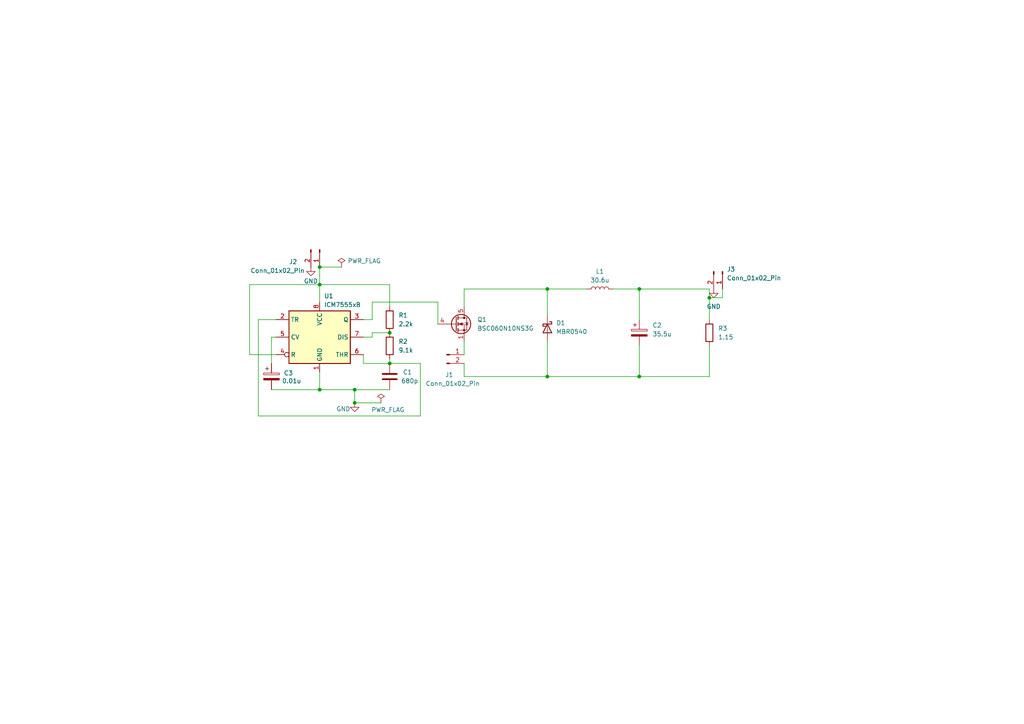
<source format=kicad_sch>
(kicad_sch
	(version 20231120)
	(generator "eeschema")
	(generator_version "8.0")
	(uuid "173e679d-e266-44a8-a09a-8be0243e85cf")
	(paper "A4")
	(lib_symbols
		(symbol "Connector:Conn_01x02_Pin"
			(pin_names
				(offset 1.016) hide)
			(exclude_from_sim no)
			(in_bom yes)
			(on_board yes)
			(property "Reference" "J"
				(at 0 2.54 0)
				(effects
					(font
						(size 1.27 1.27)
					)
				)
			)
			(property "Value" "Conn_01x02_Pin"
				(at 0 -5.08 0)
				(effects
					(font
						(size 1.27 1.27)
					)
				)
			)
			(property "Footprint" ""
				(at 0 0 0)
				(effects
					(font
						(size 1.27 1.27)
					)
					(hide yes)
				)
			)
			(property "Datasheet" "~"
				(at 0 0 0)
				(effects
					(font
						(size 1.27 1.27)
					)
					(hide yes)
				)
			)
			(property "Description" "Generic connector, single row, 01x02, script generated"
				(at 0 0 0)
				(effects
					(font
						(size 1.27 1.27)
					)
					(hide yes)
				)
			)
			(property "ki_locked" ""
				(at 0 0 0)
				(effects
					(font
						(size 1.27 1.27)
					)
				)
			)
			(property "ki_keywords" "connector"
				(at 0 0 0)
				(effects
					(font
						(size 1.27 1.27)
					)
					(hide yes)
				)
			)
			(property "ki_fp_filters" "Connector*:*_1x??_*"
				(at 0 0 0)
				(effects
					(font
						(size 1.27 1.27)
					)
					(hide yes)
				)
			)
			(symbol "Conn_01x02_Pin_1_1"
				(polyline
					(pts
						(xy 1.27 -2.54) (xy 0.8636 -2.54)
					)
					(stroke
						(width 0.1524)
						(type default)
					)
					(fill
						(type none)
					)
				)
				(polyline
					(pts
						(xy 1.27 0) (xy 0.8636 0)
					)
					(stroke
						(width 0.1524)
						(type default)
					)
					(fill
						(type none)
					)
				)
				(rectangle
					(start 0.8636 -2.413)
					(end 0 -2.667)
					(stroke
						(width 0.1524)
						(type default)
					)
					(fill
						(type outline)
					)
				)
				(rectangle
					(start 0.8636 0.127)
					(end 0 -0.127)
					(stroke
						(width 0.1524)
						(type default)
					)
					(fill
						(type outline)
					)
				)
				(pin passive line
					(at 5.08 0 180)
					(length 3.81)
					(name "Pin_1"
						(effects
							(font
								(size 1.27 1.27)
							)
						)
					)
					(number "1"
						(effects
							(font
								(size 1.27 1.27)
							)
						)
					)
				)
				(pin passive line
					(at 5.08 -2.54 180)
					(length 3.81)
					(name "Pin_2"
						(effects
							(font
								(size 1.27 1.27)
							)
						)
					)
					(number "2"
						(effects
							(font
								(size 1.27 1.27)
							)
						)
					)
				)
			)
		)
		(symbol "Device:C"
			(pin_numbers hide)
			(pin_names
				(offset 0.254)
			)
			(exclude_from_sim no)
			(in_bom yes)
			(on_board yes)
			(property "Reference" "C"
				(at 0.635 2.54 0)
				(effects
					(font
						(size 1.27 1.27)
					)
					(justify left)
				)
			)
			(property "Value" "C"
				(at 0.635 -2.54 0)
				(effects
					(font
						(size 1.27 1.27)
					)
					(justify left)
				)
			)
			(property "Footprint" ""
				(at 0.9652 -3.81 0)
				(effects
					(font
						(size 1.27 1.27)
					)
					(hide yes)
				)
			)
			(property "Datasheet" "~"
				(at 0 0 0)
				(effects
					(font
						(size 1.27 1.27)
					)
					(hide yes)
				)
			)
			(property "Description" "Unpolarized capacitor"
				(at 0 0 0)
				(effects
					(font
						(size 1.27 1.27)
					)
					(hide yes)
				)
			)
			(property "ki_keywords" "cap capacitor"
				(at 0 0 0)
				(effects
					(font
						(size 1.27 1.27)
					)
					(hide yes)
				)
			)
			(property "ki_fp_filters" "C_*"
				(at 0 0 0)
				(effects
					(font
						(size 1.27 1.27)
					)
					(hide yes)
				)
			)
			(symbol "C_0_1"
				(polyline
					(pts
						(xy -2.032 -0.762) (xy 2.032 -0.762)
					)
					(stroke
						(width 0.508)
						(type default)
					)
					(fill
						(type none)
					)
				)
				(polyline
					(pts
						(xy -2.032 0.762) (xy 2.032 0.762)
					)
					(stroke
						(width 0.508)
						(type default)
					)
					(fill
						(type none)
					)
				)
			)
			(symbol "C_1_1"
				(pin passive line
					(at 0 3.81 270)
					(length 2.794)
					(name "~"
						(effects
							(font
								(size 1.27 1.27)
							)
						)
					)
					(number "1"
						(effects
							(font
								(size 1.27 1.27)
							)
						)
					)
				)
				(pin passive line
					(at 0 -3.81 90)
					(length 2.794)
					(name "~"
						(effects
							(font
								(size 1.27 1.27)
							)
						)
					)
					(number "2"
						(effects
							(font
								(size 1.27 1.27)
							)
						)
					)
				)
			)
		)
		(symbol "Device:C_Polarized"
			(pin_numbers hide)
			(pin_names
				(offset 0.254)
			)
			(exclude_from_sim no)
			(in_bom yes)
			(on_board yes)
			(property "Reference" "C"
				(at 0.635 2.54 0)
				(effects
					(font
						(size 1.27 1.27)
					)
					(justify left)
				)
			)
			(property "Value" "C_Polarized"
				(at 0.635 -2.54 0)
				(effects
					(font
						(size 1.27 1.27)
					)
					(justify left)
				)
			)
			(property "Footprint" ""
				(at 0.9652 -3.81 0)
				(effects
					(font
						(size 1.27 1.27)
					)
					(hide yes)
				)
			)
			(property "Datasheet" "~"
				(at 0 0 0)
				(effects
					(font
						(size 1.27 1.27)
					)
					(hide yes)
				)
			)
			(property "Description" "Polarized capacitor"
				(at 0 0 0)
				(effects
					(font
						(size 1.27 1.27)
					)
					(hide yes)
				)
			)
			(property "ki_keywords" "cap capacitor"
				(at 0 0 0)
				(effects
					(font
						(size 1.27 1.27)
					)
					(hide yes)
				)
			)
			(property "ki_fp_filters" "CP_*"
				(at 0 0 0)
				(effects
					(font
						(size 1.27 1.27)
					)
					(hide yes)
				)
			)
			(symbol "C_Polarized_0_1"
				(rectangle
					(start -2.286 0.508)
					(end 2.286 1.016)
					(stroke
						(width 0)
						(type default)
					)
					(fill
						(type none)
					)
				)
				(polyline
					(pts
						(xy -1.778 2.286) (xy -0.762 2.286)
					)
					(stroke
						(width 0)
						(type default)
					)
					(fill
						(type none)
					)
				)
				(polyline
					(pts
						(xy -1.27 2.794) (xy -1.27 1.778)
					)
					(stroke
						(width 0)
						(type default)
					)
					(fill
						(type none)
					)
				)
				(rectangle
					(start 2.286 -0.508)
					(end -2.286 -1.016)
					(stroke
						(width 0)
						(type default)
					)
					(fill
						(type outline)
					)
				)
			)
			(symbol "C_Polarized_1_1"
				(pin passive line
					(at 0 3.81 270)
					(length 2.794)
					(name "~"
						(effects
							(font
								(size 1.27 1.27)
							)
						)
					)
					(number "1"
						(effects
							(font
								(size 1.27 1.27)
							)
						)
					)
				)
				(pin passive line
					(at 0 -3.81 90)
					(length 2.794)
					(name "~"
						(effects
							(font
								(size 1.27 1.27)
							)
						)
					)
					(number "2"
						(effects
							(font
								(size 1.27 1.27)
							)
						)
					)
				)
			)
		)
		(symbol "Device:L"
			(pin_numbers hide)
			(pin_names
				(offset 1.016) hide)
			(exclude_from_sim no)
			(in_bom yes)
			(on_board yes)
			(property "Reference" "L"
				(at -1.27 0 90)
				(effects
					(font
						(size 1.27 1.27)
					)
				)
			)
			(property "Value" "L"
				(at 1.905 0 90)
				(effects
					(font
						(size 1.27 1.27)
					)
				)
			)
			(property "Footprint" ""
				(at 0 0 0)
				(effects
					(font
						(size 1.27 1.27)
					)
					(hide yes)
				)
			)
			(property "Datasheet" "~"
				(at 0 0 0)
				(effects
					(font
						(size 1.27 1.27)
					)
					(hide yes)
				)
			)
			(property "Description" "Inductor"
				(at 0 0 0)
				(effects
					(font
						(size 1.27 1.27)
					)
					(hide yes)
				)
			)
			(property "ki_keywords" "inductor choke coil reactor magnetic"
				(at 0 0 0)
				(effects
					(font
						(size 1.27 1.27)
					)
					(hide yes)
				)
			)
			(property "ki_fp_filters" "Choke_* *Coil* Inductor_* L_*"
				(at 0 0 0)
				(effects
					(font
						(size 1.27 1.27)
					)
					(hide yes)
				)
			)
			(symbol "L_0_1"
				(arc
					(start 0 -2.54)
					(mid 0.6323 -1.905)
					(end 0 -1.27)
					(stroke
						(width 0)
						(type default)
					)
					(fill
						(type none)
					)
				)
				(arc
					(start 0 -1.27)
					(mid 0.6323 -0.635)
					(end 0 0)
					(stroke
						(width 0)
						(type default)
					)
					(fill
						(type none)
					)
				)
				(arc
					(start 0 0)
					(mid 0.6323 0.635)
					(end 0 1.27)
					(stroke
						(width 0)
						(type default)
					)
					(fill
						(type none)
					)
				)
				(arc
					(start 0 1.27)
					(mid 0.6323 1.905)
					(end 0 2.54)
					(stroke
						(width 0)
						(type default)
					)
					(fill
						(type none)
					)
				)
			)
			(symbol "L_1_1"
				(pin passive line
					(at 0 3.81 270)
					(length 1.27)
					(name "1"
						(effects
							(font
								(size 1.27 1.27)
							)
						)
					)
					(number "1"
						(effects
							(font
								(size 1.27 1.27)
							)
						)
					)
				)
				(pin passive line
					(at 0 -3.81 90)
					(length 1.27)
					(name "2"
						(effects
							(font
								(size 1.27 1.27)
							)
						)
					)
					(number "2"
						(effects
							(font
								(size 1.27 1.27)
							)
						)
					)
				)
			)
		)
		(symbol "Device:R"
			(pin_numbers hide)
			(pin_names
				(offset 0)
			)
			(exclude_from_sim no)
			(in_bom yes)
			(on_board yes)
			(property "Reference" "R"
				(at 2.032 0 90)
				(effects
					(font
						(size 1.27 1.27)
					)
				)
			)
			(property "Value" "R"
				(at 0 0 90)
				(effects
					(font
						(size 1.27 1.27)
					)
				)
			)
			(property "Footprint" ""
				(at -1.778 0 90)
				(effects
					(font
						(size 1.27 1.27)
					)
					(hide yes)
				)
			)
			(property "Datasheet" "~"
				(at 0 0 0)
				(effects
					(font
						(size 1.27 1.27)
					)
					(hide yes)
				)
			)
			(property "Description" "Resistor"
				(at 0 0 0)
				(effects
					(font
						(size 1.27 1.27)
					)
					(hide yes)
				)
			)
			(property "ki_keywords" "R res resistor"
				(at 0 0 0)
				(effects
					(font
						(size 1.27 1.27)
					)
					(hide yes)
				)
			)
			(property "ki_fp_filters" "R_*"
				(at 0 0 0)
				(effects
					(font
						(size 1.27 1.27)
					)
					(hide yes)
				)
			)
			(symbol "R_0_1"
				(rectangle
					(start -1.016 -2.54)
					(end 1.016 2.54)
					(stroke
						(width 0.254)
						(type default)
					)
					(fill
						(type none)
					)
				)
			)
			(symbol "R_1_1"
				(pin passive line
					(at 0 3.81 270)
					(length 1.27)
					(name "~"
						(effects
							(font
								(size 1.27 1.27)
							)
						)
					)
					(number "1"
						(effects
							(font
								(size 1.27 1.27)
							)
						)
					)
				)
				(pin passive line
					(at 0 -3.81 90)
					(length 1.27)
					(name "~"
						(effects
							(font
								(size 1.27 1.27)
							)
						)
					)
					(number "2"
						(effects
							(font
								(size 1.27 1.27)
							)
						)
					)
				)
			)
		)
		(symbol "Diode:MBR0540"
			(pin_numbers hide)
			(pin_names
				(offset 1.016) hide)
			(exclude_from_sim no)
			(in_bom yes)
			(on_board yes)
			(property "Reference" "D"
				(at 0 2.54 0)
				(effects
					(font
						(size 1.27 1.27)
					)
				)
			)
			(property "Value" "MBR0540"
				(at 0 -2.54 0)
				(effects
					(font
						(size 1.27 1.27)
					)
				)
			)
			(property "Footprint" "Diode_SMD:D_SOD-123"
				(at 0 -4.445 0)
				(effects
					(font
						(size 1.27 1.27)
					)
					(hide yes)
				)
			)
			(property "Datasheet" "http://www.mccsemi.com/up_pdf/MBR0520~MBR0580(SOD123).pdf"
				(at 0 0 0)
				(effects
					(font
						(size 1.27 1.27)
					)
					(hide yes)
				)
			)
			(property "Description" "40V 0.5A Schottky Power Rectifier Diode, SOD-123"
				(at 0 0 0)
				(effects
					(font
						(size 1.27 1.27)
					)
					(hide yes)
				)
			)
			(property "ki_keywords" "diode Schottky"
				(at 0 0 0)
				(effects
					(font
						(size 1.27 1.27)
					)
					(hide yes)
				)
			)
			(property "ki_fp_filters" "D*SOD?123*"
				(at 0 0 0)
				(effects
					(font
						(size 1.27 1.27)
					)
					(hide yes)
				)
			)
			(symbol "MBR0540_0_1"
				(polyline
					(pts
						(xy 1.27 0) (xy -1.27 0)
					)
					(stroke
						(width 0)
						(type default)
					)
					(fill
						(type none)
					)
				)
				(polyline
					(pts
						(xy 1.27 1.27) (xy 1.27 -1.27) (xy -1.27 0) (xy 1.27 1.27)
					)
					(stroke
						(width 0.254)
						(type default)
					)
					(fill
						(type none)
					)
				)
				(polyline
					(pts
						(xy -1.905 0.635) (xy -1.905 1.27) (xy -1.27 1.27) (xy -1.27 -1.27) (xy -0.635 -1.27) (xy -0.635 -0.635)
					)
					(stroke
						(width 0.254)
						(type default)
					)
					(fill
						(type none)
					)
				)
			)
			(symbol "MBR0540_1_1"
				(pin passive line
					(at -3.81 0 0)
					(length 2.54)
					(name "K"
						(effects
							(font
								(size 1.27 1.27)
							)
						)
					)
					(number "1"
						(effects
							(font
								(size 1.27 1.27)
							)
						)
					)
				)
				(pin passive line
					(at 3.81 0 180)
					(length 2.54)
					(name "A"
						(effects
							(font
								(size 1.27 1.27)
							)
						)
					)
					(number "2"
						(effects
							(font
								(size 1.27 1.27)
							)
						)
					)
				)
			)
		)
		(symbol "Timer:ICM7555xB"
			(exclude_from_sim no)
			(in_bom yes)
			(on_board yes)
			(property "Reference" "U"
				(at -10.16 8.89 0)
				(effects
					(font
						(size 1.27 1.27)
					)
					(justify left)
				)
			)
			(property "Value" "ICM7555xB"
				(at 2.54 8.89 0)
				(effects
					(font
						(size 1.27 1.27)
					)
					(justify left)
				)
			)
			(property "Footprint" "Package_SO:SOIC-8_3.9x4.9mm_P1.27mm"
				(at 21.59 -10.16 0)
				(effects
					(font
						(size 1.27 1.27)
					)
					(hide yes)
				)
			)
			(property "Datasheet" "http://www.intersil.com/content/dam/Intersil/documents/icm7/icm7555-56.pdf"
				(at 21.59 -10.16 0)
				(effects
					(font
						(size 1.27 1.27)
					)
					(hide yes)
				)
			)
			(property "Description" "CMOS General Purpose Timer, 555 compatible, SOIC-8"
				(at 0 0 0)
				(effects
					(font
						(size 1.27 1.27)
					)
					(hide yes)
				)
			)
			(property "ki_keywords" "single timer 555"
				(at 0 0 0)
				(effects
					(font
						(size 1.27 1.27)
					)
					(hide yes)
				)
			)
			(property "ki_fp_filters" "SOIC*3.9x4.9mm*P1.27mm*"
				(at 0 0 0)
				(effects
					(font
						(size 1.27 1.27)
					)
					(hide yes)
				)
			)
			(symbol "ICM7555xB_0_0"
				(pin power_in line
					(at 0 -10.16 90)
					(length 2.54)
					(name "GND"
						(effects
							(font
								(size 1.27 1.27)
							)
						)
					)
					(number "1"
						(effects
							(font
								(size 1.27 1.27)
							)
						)
					)
				)
				(pin power_in line
					(at 0 10.16 270)
					(length 2.54)
					(name "VCC"
						(effects
							(font
								(size 1.27 1.27)
							)
						)
					)
					(number "8"
						(effects
							(font
								(size 1.27 1.27)
							)
						)
					)
				)
			)
			(symbol "ICM7555xB_0_1"
				(rectangle
					(start -8.89 -7.62)
					(end 8.89 7.62)
					(stroke
						(width 0.254)
						(type default)
					)
					(fill
						(type background)
					)
				)
				(rectangle
					(start -8.89 -7.62)
					(end 8.89 7.62)
					(stroke
						(width 0.254)
						(type default)
					)
					(fill
						(type background)
					)
				)
			)
			(symbol "ICM7555xB_1_1"
				(pin input line
					(at -12.7 5.08 0)
					(length 3.81)
					(name "TR"
						(effects
							(font
								(size 1.27 1.27)
							)
						)
					)
					(number "2"
						(effects
							(font
								(size 1.27 1.27)
							)
						)
					)
				)
				(pin output line
					(at 12.7 5.08 180)
					(length 3.81)
					(name "Q"
						(effects
							(font
								(size 1.27 1.27)
							)
						)
					)
					(number "3"
						(effects
							(font
								(size 1.27 1.27)
							)
						)
					)
				)
				(pin input inverted
					(at -12.7 -5.08 0)
					(length 3.81)
					(name "R"
						(effects
							(font
								(size 1.27 1.27)
							)
						)
					)
					(number "4"
						(effects
							(font
								(size 1.27 1.27)
							)
						)
					)
				)
				(pin input line
					(at -12.7 0 0)
					(length 3.81)
					(name "CV"
						(effects
							(font
								(size 1.27 1.27)
							)
						)
					)
					(number "5"
						(effects
							(font
								(size 1.27 1.27)
							)
						)
					)
				)
				(pin input line
					(at 12.7 -5.08 180)
					(length 3.81)
					(name "THR"
						(effects
							(font
								(size 1.27 1.27)
							)
						)
					)
					(number "6"
						(effects
							(font
								(size 1.27 1.27)
							)
						)
					)
				)
				(pin input line
					(at 12.7 0 180)
					(length 3.81)
					(name "DIS"
						(effects
							(font
								(size 1.27 1.27)
							)
						)
					)
					(number "7"
						(effects
							(font
								(size 1.27 1.27)
							)
						)
					)
				)
			)
		)
		(symbol "Transistor_FET:BSC060N10NS3G"
			(pin_names hide)
			(exclude_from_sim no)
			(in_bom yes)
			(on_board yes)
			(property "Reference" "Q"
				(at 5.08 1.905 0)
				(effects
					(font
						(size 1.27 1.27)
					)
					(justify left)
				)
			)
			(property "Value" "BSC060N10NS3G"
				(at 5.08 0 0)
				(effects
					(font
						(size 1.27 1.27)
					)
					(justify left)
				)
			)
			(property "Footprint" "Package_TO_SOT_SMD:TDSON-8-1"
				(at 5.08 -1.905 0)
				(effects
					(font
						(size 1.27 1.27)
						(italic yes)
					)
					(justify left)
					(hide yes)
				)
			)
			(property "Datasheet" "http://www.infineon.com/dgdl/Infineon-BSC060N10NS3-DS-v02_04-en.pdf?fileId=db3a30431ce5fb52011d1aab7f90133a"
				(at 5.08 -3.81 0)
				(effects
					(font
						(size 1.27 1.27)
					)
					(justify left)
					(hide yes)
				)
			)
			(property "Description" "90A Id, 100V Vds, OptiMOS N-Channel Power MOSFET, 6.0mOhm Ron, Qg (typ) 51.0nC, PG-TDSON-8"
				(at 0 0 0)
				(effects
					(font
						(size 1.27 1.27)
					)
					(hide yes)
				)
			)
			(property "ki_keywords" "OptiMOS Power MOSFET N-MOS"
				(at 0 0 0)
				(effects
					(font
						(size 1.27 1.27)
					)
					(hide yes)
				)
			)
			(property "ki_fp_filters" "TDSON*"
				(at 0 0 0)
				(effects
					(font
						(size 1.27 1.27)
					)
					(hide yes)
				)
			)
			(symbol "BSC060N10NS3G_0_1"
				(polyline
					(pts
						(xy 0.254 0) (xy -2.54 0)
					)
					(stroke
						(width 0)
						(type default)
					)
					(fill
						(type none)
					)
				)
				(polyline
					(pts
						(xy 0.254 1.905) (xy 0.254 -1.905)
					)
					(stroke
						(width 0.254)
						(type default)
					)
					(fill
						(type none)
					)
				)
				(polyline
					(pts
						(xy 0.762 -1.27) (xy 0.762 -2.286)
					)
					(stroke
						(width 0.254)
						(type default)
					)
					(fill
						(type none)
					)
				)
				(polyline
					(pts
						(xy 0.762 0.508) (xy 0.762 -0.508)
					)
					(stroke
						(width 0.254)
						(type default)
					)
					(fill
						(type none)
					)
				)
				(polyline
					(pts
						(xy 0.762 2.286) (xy 0.762 1.27)
					)
					(stroke
						(width 0.254)
						(type default)
					)
					(fill
						(type none)
					)
				)
				(polyline
					(pts
						(xy 2.54 2.54) (xy 2.54 1.778)
					)
					(stroke
						(width 0)
						(type default)
					)
					(fill
						(type none)
					)
				)
				(polyline
					(pts
						(xy 2.54 -2.54) (xy 2.54 0) (xy 0.762 0)
					)
					(stroke
						(width 0)
						(type default)
					)
					(fill
						(type none)
					)
				)
				(polyline
					(pts
						(xy 0.762 -1.778) (xy 3.302 -1.778) (xy 3.302 1.778) (xy 0.762 1.778)
					)
					(stroke
						(width 0)
						(type default)
					)
					(fill
						(type none)
					)
				)
				(polyline
					(pts
						(xy 1.016 0) (xy 2.032 0.381) (xy 2.032 -0.381) (xy 1.016 0)
					)
					(stroke
						(width 0)
						(type default)
					)
					(fill
						(type outline)
					)
				)
				(polyline
					(pts
						(xy 2.794 0.508) (xy 2.921 0.381) (xy 3.683 0.381) (xy 3.81 0.254)
					)
					(stroke
						(width 0)
						(type default)
					)
					(fill
						(type none)
					)
				)
				(polyline
					(pts
						(xy 3.302 0.381) (xy 2.921 -0.254) (xy 3.683 -0.254) (xy 3.302 0.381)
					)
					(stroke
						(width 0)
						(type default)
					)
					(fill
						(type none)
					)
				)
				(circle
					(center 1.651 0)
					(radius 2.794)
					(stroke
						(width 0.254)
						(type default)
					)
					(fill
						(type none)
					)
				)
				(circle
					(center 2.54 -1.778)
					(radius 0.254)
					(stroke
						(width 0)
						(type default)
					)
					(fill
						(type outline)
					)
				)
				(circle
					(center 2.54 1.778)
					(radius 0.254)
					(stroke
						(width 0)
						(type default)
					)
					(fill
						(type outline)
					)
				)
			)
			(symbol "BSC060N10NS3G_1_1"
				(pin passive line
					(at 2.54 -5.08 90)
					(length 2.54)
					(name "S"
						(effects
							(font
								(size 1.27 1.27)
							)
						)
					)
					(number "1"
						(effects
							(font
								(size 1.27 1.27)
							)
						)
					)
				)
				(pin passive line
					(at 2.54 -5.08 90)
					(length 2.54) hide
					(name "S"
						(effects
							(font
								(size 1.27 1.27)
							)
						)
					)
					(number "2"
						(effects
							(font
								(size 1.27 1.27)
							)
						)
					)
				)
				(pin passive line
					(at 2.54 -5.08 90)
					(length 2.54) hide
					(name "S"
						(effects
							(font
								(size 1.27 1.27)
							)
						)
					)
					(number "3"
						(effects
							(font
								(size 1.27 1.27)
							)
						)
					)
				)
				(pin passive line
					(at -5.08 0 0)
					(length 2.54)
					(name "G"
						(effects
							(font
								(size 1.27 1.27)
							)
						)
					)
					(number "4"
						(effects
							(font
								(size 1.27 1.27)
							)
						)
					)
				)
				(pin passive line
					(at 2.54 5.08 270)
					(length 2.54)
					(name "D"
						(effects
							(font
								(size 1.27 1.27)
							)
						)
					)
					(number "5"
						(effects
							(font
								(size 1.27 1.27)
							)
						)
					)
				)
			)
		)
		(symbol "power:GND"
			(power)
			(pin_numbers hide)
			(pin_names
				(offset 0) hide)
			(exclude_from_sim no)
			(in_bom yes)
			(on_board yes)
			(property "Reference" "#PWR"
				(at 0 -6.35 0)
				(effects
					(font
						(size 1.27 1.27)
					)
					(hide yes)
				)
			)
			(property "Value" "GND"
				(at 0 -3.81 0)
				(effects
					(font
						(size 1.27 1.27)
					)
				)
			)
			(property "Footprint" ""
				(at 0 0 0)
				(effects
					(font
						(size 1.27 1.27)
					)
					(hide yes)
				)
			)
			(property "Datasheet" ""
				(at 0 0 0)
				(effects
					(font
						(size 1.27 1.27)
					)
					(hide yes)
				)
			)
			(property "Description" "Power symbol creates a global label with name \"GND\" , ground"
				(at 0 0 0)
				(effects
					(font
						(size 1.27 1.27)
					)
					(hide yes)
				)
			)
			(property "ki_keywords" "global power"
				(at 0 0 0)
				(effects
					(font
						(size 1.27 1.27)
					)
					(hide yes)
				)
			)
			(symbol "GND_0_1"
				(polyline
					(pts
						(xy 0 0) (xy 0 -1.27) (xy 1.27 -1.27) (xy 0 -2.54) (xy -1.27 -1.27) (xy 0 -1.27)
					)
					(stroke
						(width 0)
						(type default)
					)
					(fill
						(type none)
					)
				)
			)
			(symbol "GND_1_1"
				(pin power_in line
					(at 0 0 270)
					(length 0)
					(name "~"
						(effects
							(font
								(size 1.27 1.27)
							)
						)
					)
					(number "1"
						(effects
							(font
								(size 1.27 1.27)
							)
						)
					)
				)
			)
		)
		(symbol "power:PWR_FLAG"
			(power)
			(pin_numbers hide)
			(pin_names
				(offset 0) hide)
			(exclude_from_sim no)
			(in_bom yes)
			(on_board yes)
			(property "Reference" "#FLG"
				(at 0 1.905 0)
				(effects
					(font
						(size 1.27 1.27)
					)
					(hide yes)
				)
			)
			(property "Value" "PWR_FLAG"
				(at 0 3.81 0)
				(effects
					(font
						(size 1.27 1.27)
					)
				)
			)
			(property "Footprint" ""
				(at 0 0 0)
				(effects
					(font
						(size 1.27 1.27)
					)
					(hide yes)
				)
			)
			(property "Datasheet" "~"
				(at 0 0 0)
				(effects
					(font
						(size 1.27 1.27)
					)
					(hide yes)
				)
			)
			(property "Description" "Special symbol for telling ERC where power comes from"
				(at 0 0 0)
				(effects
					(font
						(size 1.27 1.27)
					)
					(hide yes)
				)
			)
			(property "ki_keywords" "flag power"
				(at 0 0 0)
				(effects
					(font
						(size 1.27 1.27)
					)
					(hide yes)
				)
			)
			(symbol "PWR_FLAG_0_0"
				(pin power_out line
					(at 0 0 90)
					(length 0)
					(name "~"
						(effects
							(font
								(size 1.27 1.27)
							)
						)
					)
					(number "1"
						(effects
							(font
								(size 1.27 1.27)
							)
						)
					)
				)
			)
			(symbol "PWR_FLAG_0_1"
				(polyline
					(pts
						(xy 0 0) (xy 0 1.27) (xy -1.016 1.905) (xy 0 2.54) (xy 1.016 1.905) (xy 0 1.27)
					)
					(stroke
						(width 0)
						(type default)
					)
					(fill
						(type none)
					)
				)
			)
		)
	)
	(junction
		(at 205.74 86.36)
		(diameter 0)
		(color 0 0 0 0)
		(uuid "046e2a62-484d-497f-bc0d-ebd67e0f3134")
	)
	(junction
		(at 113.03 105.41)
		(diameter 0)
		(color 0 0 0 0)
		(uuid "06fae563-b276-4c02-85bc-2763f1f13d5b")
	)
	(junction
		(at 92.71 113.03)
		(diameter 0)
		(color 0 0 0 0)
		(uuid "199097a9-df2a-4fb7-92ce-654b80e988a4")
	)
	(junction
		(at 158.75 83.82)
		(diameter 0)
		(color 0 0 0 0)
		(uuid "39a1e64d-bec3-4246-983b-c86f1566db25")
	)
	(junction
		(at 113.03 96.52)
		(diameter 0)
		(color 0 0 0 0)
		(uuid "4cdf218d-3c9c-4859-ace1-d283d76f2d4b")
	)
	(junction
		(at 158.75 109.22)
		(diameter 0)
		(color 0 0 0 0)
		(uuid "52d98684-6164-4f9e-9645-0dfac400a74f")
	)
	(junction
		(at 102.87 116.84)
		(diameter 0)
		(color 0 0 0 0)
		(uuid "71b200bf-cfdc-4601-8d88-89d79b6e51f1")
	)
	(junction
		(at 102.87 113.03)
		(diameter 0)
		(color 0 0 0 0)
		(uuid "c0c89bbe-202d-4c49-aa17-e84f6b768211")
	)
	(junction
		(at 185.42 109.22)
		(diameter 0)
		(color 0 0 0 0)
		(uuid "c72181bc-6ea8-4cdc-97bb-275cb072b804")
	)
	(junction
		(at 92.71 77.47)
		(diameter 0)
		(color 0 0 0 0)
		(uuid "cb7f675f-37ff-4c6e-87ea-81d31d4387c9")
	)
	(junction
		(at 185.42 83.82)
		(diameter 0)
		(color 0 0 0 0)
		(uuid "cdeb71a0-31a4-42e8-a88f-b71acfd29754")
	)
	(junction
		(at 92.71 82.55)
		(diameter 0)
		(color 0 0 0 0)
		(uuid "d1eec763-b055-4f12-871b-aebbb91ac409")
	)
	(wire
		(pts
			(xy 205.74 86.36) (xy 205.74 92.71)
		)
		(stroke
			(width 0)
			(type default)
		)
		(uuid "04ceb747-4627-457c-ba7c-d71278d0974f")
	)
	(wire
		(pts
			(xy 107.95 87.63) (xy 127 87.63)
		)
		(stroke
			(width 0)
			(type default)
		)
		(uuid "06dbfc27-7b94-4d7a-b3af-02f71af0d59e")
	)
	(wire
		(pts
			(xy 105.41 97.79) (xy 107.95 97.79)
		)
		(stroke
			(width 0)
			(type default)
		)
		(uuid "084b35f4-5a70-42be-926f-a6762b358e76")
	)
	(wire
		(pts
			(xy 102.87 116.84) (xy 102.87 113.03)
		)
		(stroke
			(width 0)
			(type default)
		)
		(uuid "15e3c620-553a-4948-adce-1244d47d7877")
	)
	(wire
		(pts
			(xy 113.03 82.55) (xy 92.71 82.55)
		)
		(stroke
			(width 0)
			(type default)
		)
		(uuid "1779c6d7-39ef-45db-a265-1b0836b4e195")
	)
	(wire
		(pts
			(xy 102.87 113.03) (xy 92.71 113.03)
		)
		(stroke
			(width 0)
			(type default)
		)
		(uuid "1a22e850-1c50-4a2a-a649-cb3a0a424ff4")
	)
	(wire
		(pts
			(xy 185.42 100.33) (xy 185.42 109.22)
		)
		(stroke
			(width 0)
			(type default)
		)
		(uuid "20403cbe-f7a1-4f70-8406-6a22467cda4e")
	)
	(wire
		(pts
			(xy 127 87.63) (xy 127 93.98)
		)
		(stroke
			(width 0)
			(type default)
		)
		(uuid "259a15c6-e60e-4765-93b2-21245dd0d114")
	)
	(wire
		(pts
			(xy 158.75 83.82) (xy 158.75 91.44)
		)
		(stroke
			(width 0)
			(type default)
		)
		(uuid "2f6bd697-ac5d-43ae-b129-b8d75e417de1")
	)
	(wire
		(pts
			(xy 121.92 120.65) (xy 121.92 105.41)
		)
		(stroke
			(width 0)
			(type default)
		)
		(uuid "31171b8d-dfb0-4a05-b5f6-c499e7a9ee01")
	)
	(wire
		(pts
			(xy 74.93 120.65) (xy 121.92 120.65)
		)
		(stroke
			(width 0)
			(type default)
		)
		(uuid "32c44272-7e58-401c-b0c7-abb164f1b6f0")
	)
	(wire
		(pts
			(xy 177.8 83.82) (xy 185.42 83.82)
		)
		(stroke
			(width 0)
			(type default)
		)
		(uuid "33ee1901-1f89-40bb-a106-89a787109a46")
	)
	(wire
		(pts
			(xy 113.03 105.41) (xy 113.03 104.14)
		)
		(stroke
			(width 0)
			(type default)
		)
		(uuid "3efa570f-c5d3-45cc-8824-cd90df94c2b5")
	)
	(wire
		(pts
			(xy 92.71 82.55) (xy 92.71 87.63)
		)
		(stroke
			(width 0)
			(type default)
		)
		(uuid "4218b7ed-2008-4f43-9744-cf1e798030d5")
	)
	(wire
		(pts
			(xy 74.93 92.71) (xy 80.01 92.71)
		)
		(stroke
			(width 0)
			(type default)
		)
		(uuid "4891beb7-1117-463f-a97c-5473bcac5d37")
	)
	(wire
		(pts
			(xy 78.74 113.03) (xy 92.71 113.03)
		)
		(stroke
			(width 0)
			(type default)
		)
		(uuid "49bf73f7-bd68-42b7-972a-9a4d4078646e")
	)
	(wire
		(pts
			(xy 92.71 77.47) (xy 92.71 82.55)
		)
		(stroke
			(width 0)
			(type default)
		)
		(uuid "4aebc942-ab7e-4fed-a352-d5c688e643a9")
	)
	(wire
		(pts
			(xy 134.62 105.41) (xy 134.62 109.22)
		)
		(stroke
			(width 0)
			(type default)
		)
		(uuid "4c5df260-d8b2-4362-af75-f079ea8a823e")
	)
	(wire
		(pts
			(xy 113.03 113.03) (xy 102.87 113.03)
		)
		(stroke
			(width 0)
			(type default)
		)
		(uuid "5840bc4b-9023-41ed-91ca-5c1c9592102e")
	)
	(wire
		(pts
			(xy 158.75 99.06) (xy 158.75 109.22)
		)
		(stroke
			(width 0)
			(type default)
		)
		(uuid "64e8f547-ca67-4404-9cec-87341bf4b718")
	)
	(wire
		(pts
			(xy 80.01 97.79) (xy 78.74 97.79)
		)
		(stroke
			(width 0)
			(type default)
		)
		(uuid "6e52e8f9-4ec5-453f-a118-2127523559f8")
	)
	(wire
		(pts
			(xy 185.42 83.82) (xy 185.42 92.71)
		)
		(stroke
			(width 0)
			(type default)
		)
		(uuid "79682a88-c72c-4424-80d4-369d877bcb1c")
	)
	(wire
		(pts
			(xy 158.75 83.82) (xy 170.18 83.82)
		)
		(stroke
			(width 0)
			(type default)
		)
		(uuid "7aea6d48-467b-4a4c-b376-d864e6e13432")
	)
	(wire
		(pts
			(xy 134.62 99.06) (xy 134.62 102.87)
		)
		(stroke
			(width 0)
			(type default)
		)
		(uuid "84c36ac7-fce5-48ef-960b-22bbdac92d63")
	)
	(wire
		(pts
			(xy 105.41 105.41) (xy 113.03 105.41)
		)
		(stroke
			(width 0)
			(type default)
		)
		(uuid "86b0a677-9665-486f-8442-4080d0efbac1")
	)
	(wire
		(pts
			(xy 134.62 83.82) (xy 158.75 83.82)
		)
		(stroke
			(width 0)
			(type default)
		)
		(uuid "8f690b3e-9b38-4c5e-b7d5-f8dd7d9fc8f0")
	)
	(wire
		(pts
			(xy 209.55 83.82) (xy 209.55 86.36)
		)
		(stroke
			(width 0)
			(type default)
		)
		(uuid "90e0f5e2-13fc-4754-b254-d5fbf68e228e")
	)
	(wire
		(pts
			(xy 205.74 86.36) (xy 209.55 86.36)
		)
		(stroke
			(width 0)
			(type default)
		)
		(uuid "9229a7c0-8544-45fb-a47c-d41ebeb91644")
	)
	(wire
		(pts
			(xy 78.74 97.79) (xy 78.74 105.41)
		)
		(stroke
			(width 0)
			(type default)
		)
		(uuid "93fcc927-7541-47bf-b944-e39916892239")
	)
	(wire
		(pts
			(xy 72.39 82.55) (xy 72.39 102.87)
		)
		(stroke
			(width 0)
			(type default)
		)
		(uuid "946b720f-f1b4-4835-8b0c-f132fc271b98")
	)
	(wire
		(pts
			(xy 134.62 88.9) (xy 134.62 83.82)
		)
		(stroke
			(width 0)
			(type default)
		)
		(uuid "99358857-fe44-4800-bb5a-1fc7a857c8d1")
	)
	(wire
		(pts
			(xy 158.75 109.22) (xy 134.62 109.22)
		)
		(stroke
			(width 0)
			(type default)
		)
		(uuid "9bf7bbee-b32a-4505-a025-2b957db327c0")
	)
	(wire
		(pts
			(xy 105.41 92.71) (xy 107.95 92.71)
		)
		(stroke
			(width 0)
			(type default)
		)
		(uuid "9c75f158-30b0-4c68-bd44-6fee526bf777")
	)
	(wire
		(pts
			(xy 105.41 102.87) (xy 105.41 105.41)
		)
		(stroke
			(width 0)
			(type default)
		)
		(uuid "9f767a6b-8321-493b-8a24-0dbdddc422cf")
	)
	(wire
		(pts
			(xy 74.93 92.71) (xy 74.93 120.65)
		)
		(stroke
			(width 0)
			(type default)
		)
		(uuid "a5e5b788-62df-46d3-a459-ae3bffc8d2ca")
	)
	(wire
		(pts
			(xy 92.71 82.55) (xy 72.39 82.55)
		)
		(stroke
			(width 0)
			(type default)
		)
		(uuid "b0c8a035-8acd-4edb-8dd7-42054acf7184")
	)
	(wire
		(pts
			(xy 72.39 102.87) (xy 80.01 102.87)
		)
		(stroke
			(width 0)
			(type default)
		)
		(uuid "b79d4bc1-ec99-42d9-a866-ebb566870cfe")
	)
	(wire
		(pts
			(xy 121.92 105.41) (xy 113.03 105.41)
		)
		(stroke
			(width 0)
			(type default)
		)
		(uuid "c2310540-0a93-4d21-9548-f1c008ec6f57")
	)
	(wire
		(pts
			(xy 205.74 109.22) (xy 205.74 100.33)
		)
		(stroke
			(width 0)
			(type default)
		)
		(uuid "c4477125-6cad-43ec-bd31-778774df9724")
	)
	(wire
		(pts
			(xy 185.42 109.22) (xy 205.74 109.22)
		)
		(stroke
			(width 0)
			(type default)
		)
		(uuid "c79ada46-2fd7-44dd-8749-4aba03f9cef5")
	)
	(wire
		(pts
			(xy 107.95 92.71) (xy 107.95 87.63)
		)
		(stroke
			(width 0)
			(type default)
		)
		(uuid "d0e2e849-1bdf-4785-9d67-110a2fd0cb2f")
	)
	(wire
		(pts
			(xy 92.71 113.03) (xy 92.71 107.95)
		)
		(stroke
			(width 0)
			(type default)
		)
		(uuid "d1d19416-99b1-4b88-a8d9-305cfb3f1af1")
	)
	(wire
		(pts
			(xy 99.06 77.47) (xy 92.71 77.47)
		)
		(stroke
			(width 0)
			(type default)
		)
		(uuid "d49ec6c9-e4ee-4523-8328-ea378b7e32e0")
	)
	(wire
		(pts
			(xy 113.03 88.9) (xy 113.03 82.55)
		)
		(stroke
			(width 0)
			(type default)
		)
		(uuid "d52fd859-6d77-4ac3-8ec7-3bb5577168f5")
	)
	(wire
		(pts
			(xy 205.74 83.82) (xy 205.74 86.36)
		)
		(stroke
			(width 0)
			(type default)
		)
		(uuid "da4ee0e2-0a27-4bd3-9954-4d66aefeafd2")
	)
	(wire
		(pts
			(xy 107.95 96.52) (xy 113.03 96.52)
		)
		(stroke
			(width 0)
			(type default)
		)
		(uuid "e1dc70d9-4e04-449b-84bb-8c5bd3bafddb")
	)
	(wire
		(pts
			(xy 185.42 83.82) (xy 205.74 83.82)
		)
		(stroke
			(width 0)
			(type default)
		)
		(uuid "f1215fc4-f30a-48f7-a1ea-9f6b4131425b")
	)
	(wire
		(pts
			(xy 185.42 109.22) (xy 158.75 109.22)
		)
		(stroke
			(width 0)
			(type default)
		)
		(uuid "f5d6836f-c355-45af-9103-b6195caa9b5c")
	)
	(wire
		(pts
			(xy 107.95 97.79) (xy 107.95 96.52)
		)
		(stroke
			(width 0)
			(type default)
		)
		(uuid "fcf9a49b-34c1-44b5-9c3c-31e26a328fe4")
	)
	(wire
		(pts
			(xy 102.87 116.84) (xy 110.49 116.84)
		)
		(stroke
			(width 0)
			(type default)
		)
		(uuid "fef8974f-c9d2-4a85-99ca-7676763b09e6")
	)
	(symbol
		(lib_id "power:PWR_FLAG")
		(at 99.06 77.47 0)
		(unit 1)
		(exclude_from_sim no)
		(in_bom yes)
		(on_board yes)
		(dnp no)
		(uuid "06775035-25f8-494e-8f95-b3726cd2a370")
		(property "Reference" "#FLG02"
			(at 99.06 75.565 0)
			(effects
				(font
					(size 1.27 1.27)
				)
				(hide yes)
			)
		)
		(property "Value" "PWR_FLAG"
			(at 105.664 75.692 0)
			(effects
				(font
					(size 1.27 1.27)
				)
			)
		)
		(property "Footprint" ""
			(at 99.06 77.47 0)
			(effects
				(font
					(size 1.27 1.27)
				)
				(hide yes)
			)
		)
		(property "Datasheet" "~"
			(at 99.06 77.47 0)
			(effects
				(font
					(size 1.27 1.27)
				)
				(hide yes)
			)
		)
		(property "Description" "Special symbol for telling ERC where power comes from"
			(at 99.06 77.47 0)
			(effects
				(font
					(size 1.27 1.27)
				)
				(hide yes)
			)
		)
		(pin "1"
			(uuid "8627eee6-4e0f-44ea-bc3b-f699d96bec5c")
		)
		(instances
			(project ""
				(path "/173e679d-e266-44a8-a09a-8be0243e85cf"
					(reference "#FLG02")
					(unit 1)
				)
			)
		)
	)
	(symbol
		(lib_id "Connector:Conn_01x02_Pin")
		(at 92.71 72.39 270)
		(unit 1)
		(exclude_from_sim no)
		(in_bom yes)
		(on_board yes)
		(dnp no)
		(uuid "299c6c6b-cbe3-4fc4-8f59-0e8a588ae0a6")
		(property "Reference" "J2"
			(at 83.82 75.946 90)
			(effects
				(font
					(size 1.27 1.27)
				)
				(justify left)
			)
		)
		(property "Value" "Conn_01x02_Pin"
			(at 72.644 78.486 90)
			(effects
				(font
					(size 1.27 1.27)
				)
				(justify left)
			)
		)
		(property "Footprint" "Connector:JWT_A3963_1x02_P3.96mm_Vertical"
			(at 92.71 72.39 0)
			(effects
				(font
					(size 1.27 1.27)
				)
				(hide yes)
			)
		)
		(property "Datasheet" "~"
			(at 92.71 72.39 0)
			(effects
				(font
					(size 1.27 1.27)
				)
				(hide yes)
			)
		)
		(property "Description" "Generic connector, single row, 01x02, script generated"
			(at 92.71 72.39 0)
			(effects
				(font
					(size 1.27 1.27)
				)
				(hide yes)
			)
		)
		(pin "1"
			(uuid "e7a08104-e946-4b51-b3c9-1760612c3a2a")
		)
		(pin "2"
			(uuid "96e9266a-554e-4527-8c2e-4a0ef78eefe8")
		)
		(instances
			(project ""
				(path "/173e679d-e266-44a8-a09a-8be0243e85cf"
					(reference "J2")
					(unit 1)
				)
			)
		)
	)
	(symbol
		(lib_id "Connector:Conn_01x02_Pin")
		(at 129.54 102.87 0)
		(unit 1)
		(exclude_from_sim no)
		(in_bom yes)
		(on_board yes)
		(dnp no)
		(uuid "3f5001b3-5ac1-4094-b473-cca79a1e2be2")
		(property "Reference" "J1"
			(at 130.302 108.712 0)
			(effects
				(font
					(size 1.27 1.27)
				)
			)
		)
		(property "Value" "Conn_01x02_Pin"
			(at 131.318 111.252 0)
			(effects
				(font
					(size 1.27 1.27)
				)
			)
		)
		(property "Footprint" "Connector:JWT_A3963_1x02_P3.96mm_Vertical"
			(at 129.54 102.87 0)
			(effects
				(font
					(size 1.27 1.27)
				)
				(hide yes)
			)
		)
		(property "Datasheet" "~"
			(at 129.54 102.87 0)
			(effects
				(font
					(size 1.27 1.27)
				)
				(hide yes)
			)
		)
		(property "Description" "Generic connector, single row, 01x02, script generated"
			(at 129.54 102.87 0)
			(effects
				(font
					(size 1.27 1.27)
				)
				(hide yes)
			)
		)
		(pin "2"
			(uuid "3cee2add-0c62-455c-878c-52c40ed48811")
		)
		(pin "1"
			(uuid "dad40223-8c97-471f-b563-a14b365dff32")
		)
		(instances
			(project ""
				(path "/173e679d-e266-44a8-a09a-8be0243e85cf"
					(reference "J1")
					(unit 1)
				)
			)
		)
	)
	(symbol
		(lib_id "Device:R")
		(at 113.03 92.71 0)
		(unit 1)
		(exclude_from_sim no)
		(in_bom yes)
		(on_board yes)
		(dnp no)
		(fields_autoplaced yes)
		(uuid "423b44bb-c0fd-4e4a-8eed-c1de4b4e974e")
		(property "Reference" "R1"
			(at 115.57 91.4399 0)
			(effects
				(font
					(size 1.27 1.27)
				)
				(justify left)
			)
		)
		(property "Value" "2.2k"
			(at 115.57 93.9799 0)
			(effects
				(font
					(size 1.27 1.27)
				)
				(justify left)
			)
		)
		(property "Footprint" "Resistor_SMD:R_0201_0603Metric"
			(at 111.252 92.71 90)
			(effects
				(font
					(size 1.27 1.27)
				)
				(hide yes)
			)
		)
		(property "Datasheet" "~"
			(at 113.03 92.71 0)
			(effects
				(font
					(size 1.27 1.27)
				)
				(hide yes)
			)
		)
		(property "Description" "Resistor"
			(at 113.03 92.71 0)
			(effects
				(font
					(size 1.27 1.27)
				)
				(hide yes)
			)
		)
		(pin "1"
			(uuid "790e36b0-9c50-41e5-81d6-8e62b22633de")
		)
		(pin "2"
			(uuid "9664652d-7578-47e4-b135-cd31bd206d90")
		)
		(instances
			(project ""
				(path "/173e679d-e266-44a8-a09a-8be0243e85cf"
					(reference "R1")
					(unit 1)
				)
			)
		)
	)
	(symbol
		(lib_id "Transistor_FET:BSC060N10NS3G")
		(at 132.08 93.98 0)
		(unit 1)
		(exclude_from_sim no)
		(in_bom yes)
		(on_board yes)
		(dnp no)
		(fields_autoplaced yes)
		(uuid "43245357-df52-4a34-9815-8ac9c7d7a23a")
		(property "Reference" "Q1"
			(at 138.43 92.7099 0)
			(effects
				(font
					(size 1.27 1.27)
				)
				(justify left)
			)
		)
		(property "Value" "BSC060N10NS3G"
			(at 138.43 95.2499 0)
			(effects
				(font
					(size 1.27 1.27)
				)
				(justify left)
			)
		)
		(property "Footprint" "Package_TO_SOT_SMD:TDSON-8-1"
			(at 137.16 95.885 0)
			(effects
				(font
					(size 1.27 1.27)
					(italic yes)
				)
				(justify left)
				(hide yes)
			)
		)
		(property "Datasheet" "http://www.infineon.com/dgdl/Infineon-BSC060N10NS3-DS-v02_04-en.pdf?fileId=db3a30431ce5fb52011d1aab7f90133a"
			(at 137.16 97.79 0)
			(effects
				(font
					(size 1.27 1.27)
				)
				(justify left)
				(hide yes)
			)
		)
		(property "Description" "90A Id, 100V Vds, OptiMOS N-Channel Power MOSFET, 6.0mOhm Ron, Qg (typ) 51.0nC, PG-TDSON-8"
			(at 132.08 93.98 0)
			(effects
				(font
					(size 1.27 1.27)
				)
				(hide yes)
			)
		)
		(pin "4"
			(uuid "6216ae82-dce5-4740-974a-7312ba915a64")
		)
		(pin "5"
			(uuid "b2fb1c52-4339-4f9f-9d05-6955dd73f0f2")
		)
		(pin "3"
			(uuid "a063a836-d193-47c3-ba47-bc222ebf356f")
		)
		(pin "2"
			(uuid "670878d2-92a5-492d-8ef1-dc0295c6ef4c")
		)
		(pin "1"
			(uuid "96931eaa-45f3-4a49-9264-6a5acaf206c1")
		)
		(instances
			(project ""
				(path "/173e679d-e266-44a8-a09a-8be0243e85cf"
					(reference "Q1")
					(unit 1)
				)
			)
		)
	)
	(symbol
		(lib_id "power:PWR_FLAG")
		(at 110.49 116.84 0)
		(unit 1)
		(exclude_from_sim no)
		(in_bom yes)
		(on_board yes)
		(dnp no)
		(uuid "52000cb0-865c-4162-92d6-49f7c61c21d2")
		(property "Reference" "#FLG01"
			(at 110.49 114.935 0)
			(effects
				(font
					(size 1.27 1.27)
				)
				(hide yes)
			)
		)
		(property "Value" "PWR_FLAG"
			(at 112.522 118.872 0)
			(effects
				(font
					(size 1.27 1.27)
				)
			)
		)
		(property "Footprint" ""
			(at 110.49 116.84 0)
			(effects
				(font
					(size 1.27 1.27)
				)
				(hide yes)
			)
		)
		(property "Datasheet" "~"
			(at 110.49 116.84 0)
			(effects
				(font
					(size 1.27 1.27)
				)
				(hide yes)
			)
		)
		(property "Description" "Special symbol for telling ERC where power comes from"
			(at 110.49 116.84 0)
			(effects
				(font
					(size 1.27 1.27)
				)
				(hide yes)
			)
		)
		(pin "1"
			(uuid "27ddb672-a30c-405f-969e-0130e1b7e970")
		)
		(instances
			(project ""
				(path "/173e679d-e266-44a8-a09a-8be0243e85cf"
					(reference "#FLG01")
					(unit 1)
				)
			)
		)
	)
	(symbol
		(lib_id "Device:L")
		(at 173.99 83.82 90)
		(unit 1)
		(exclude_from_sim no)
		(in_bom yes)
		(on_board yes)
		(dnp no)
		(fields_autoplaced yes)
		(uuid "57fdb741-fa98-42a8-bdde-26b250a1ad0e")
		(property "Reference" "L1"
			(at 173.99 78.74 90)
			(effects
				(font
					(size 1.27 1.27)
				)
			)
		)
		(property "Value" "30.6u"
			(at 173.99 81.28 90)
			(effects
				(font
					(size 1.27 1.27)
				)
			)
		)
		(property "Footprint" "Inductor_SMD:L_Neosid_SM-PIC0512H"
			(at 173.99 83.82 0)
			(effects
				(font
					(size 1.27 1.27)
				)
				(hide yes)
			)
		)
		(property "Datasheet" "~"
			(at 173.99 83.82 0)
			(effects
				(font
					(size 1.27 1.27)
				)
				(hide yes)
			)
		)
		(property "Description" "Inductor"
			(at 173.99 83.82 0)
			(effects
				(font
					(size 1.27 1.27)
				)
				(hide yes)
			)
		)
		(pin "1"
			(uuid "3577e3cb-8349-43a8-9996-631182efcb0f")
		)
		(pin "2"
			(uuid "7e003bf7-4067-4164-961d-ffced7c37dd1")
		)
		(instances
			(project ""
				(path "/173e679d-e266-44a8-a09a-8be0243e85cf"
					(reference "L1")
					(unit 1)
				)
			)
		)
	)
	(symbol
		(lib_id "power:GND")
		(at 102.87 116.84 0)
		(unit 1)
		(exclude_from_sim no)
		(in_bom yes)
		(on_board yes)
		(dnp no)
		(uuid "680ff634-cc44-4ce2-9d3a-768d4646212d")
		(property "Reference" "#PWR01"
			(at 102.87 123.19 0)
			(effects
				(font
					(size 1.27 1.27)
				)
				(hide yes)
			)
		)
		(property "Value" "GND"
			(at 99.568 118.618 0)
			(effects
				(font
					(size 1.27 1.27)
				)
			)
		)
		(property "Footprint" ""
			(at 102.87 116.84 0)
			(effects
				(font
					(size 1.27 1.27)
				)
				(hide yes)
			)
		)
		(property "Datasheet" ""
			(at 102.87 116.84 0)
			(effects
				(font
					(size 1.27 1.27)
				)
				(hide yes)
			)
		)
		(property "Description" "Power symbol creates a global label with name \"GND\" , ground"
			(at 102.87 116.84 0)
			(effects
				(font
					(size 1.27 1.27)
				)
				(hide yes)
			)
		)
		(pin "1"
			(uuid "bd54ec1b-6079-42cf-806a-4e8e80de86a2")
		)
		(instances
			(project ""
				(path "/173e679d-e266-44a8-a09a-8be0243e85cf"
					(reference "#PWR01")
					(unit 1)
				)
			)
		)
	)
	(symbol
		(lib_id "Device:C")
		(at 113.03 109.22 0)
		(unit 1)
		(exclude_from_sim no)
		(in_bom yes)
		(on_board yes)
		(dnp no)
		(uuid "76d8ed9e-4d9a-4092-95ca-fe550f1c1e28")
		(property "Reference" "C1"
			(at 116.84 107.9499 0)
			(effects
				(font
					(size 1.27 1.27)
				)
				(justify left)
			)
		)
		(property "Value" "680p"
			(at 116.332 110.49 0)
			(effects
				(font
					(size 1.27 1.27)
				)
				(justify left)
			)
		)
		(property "Footprint" "Capacitor_SMD:C_0201_0603Metric"
			(at 113.9952 113.03 0)
			(effects
				(font
					(size 1.27 1.27)
				)
				(hide yes)
			)
		)
		(property "Datasheet" "~"
			(at 113.03 109.22 0)
			(effects
				(font
					(size 1.27 1.27)
				)
				(hide yes)
			)
		)
		(property "Description" "Unpolarized capacitor"
			(at 113.03 109.22 0)
			(effects
				(font
					(size 1.27 1.27)
				)
				(hide yes)
			)
		)
		(pin "1"
			(uuid "03e540eb-d60a-4cdc-9b53-7bce69726639")
		)
		(pin "2"
			(uuid "ae850403-3e5d-4ab5-9bfb-f055c06174b0")
		)
		(instances
			(project ""
				(path "/173e679d-e266-44a8-a09a-8be0243e85cf"
					(reference "C1")
					(unit 1)
				)
			)
		)
	)
	(symbol
		(lib_id "Diode:MBR0540")
		(at 158.75 95.25 270)
		(unit 1)
		(exclude_from_sim no)
		(in_bom yes)
		(on_board yes)
		(dnp no)
		(fields_autoplaced yes)
		(uuid "7fcb56e7-9b5f-405a-afdf-9f9a951ce688")
		(property "Reference" "D1"
			(at 161.29 93.6624 90)
			(effects
				(font
					(size 1.27 1.27)
				)
				(justify left)
			)
		)
		(property "Value" "MBR0540"
			(at 161.29 96.2024 90)
			(effects
				(font
					(size 1.27 1.27)
				)
				(justify left)
			)
		)
		(property "Footprint" "Diode_SMD:D_SOD-123"
			(at 154.305 95.25 0)
			(effects
				(font
					(size 1.27 1.27)
				)
				(hide yes)
			)
		)
		(property "Datasheet" "http://www.mccsemi.com/up_pdf/MBR0520~MBR0580(SOD123).pdf"
			(at 158.75 95.25 0)
			(effects
				(font
					(size 1.27 1.27)
				)
				(hide yes)
			)
		)
		(property "Description" "40V 0.5A Schottky Power Rectifier Diode, SOD-123"
			(at 158.75 95.25 0)
			(effects
				(font
					(size 1.27 1.27)
				)
				(hide yes)
			)
		)
		(pin "2"
			(uuid "4e99d453-ef44-43fa-88ce-40815f5aebb4")
		)
		(pin "1"
			(uuid "29e948e3-a2c5-435f-a018-d095dc48e53a")
		)
		(instances
			(project ""
				(path "/173e679d-e266-44a8-a09a-8be0243e85cf"
					(reference "D1")
					(unit 1)
				)
			)
		)
	)
	(symbol
		(lib_id "power:GND")
		(at 207.01 83.82 0)
		(unit 1)
		(exclude_from_sim no)
		(in_bom yes)
		(on_board yes)
		(dnp no)
		(fields_autoplaced yes)
		(uuid "a096364e-0740-48ee-9209-cda1bdeaa4f8")
		(property "Reference" "#PWR03"
			(at 207.01 90.17 0)
			(effects
				(font
					(size 1.27 1.27)
				)
				(hide yes)
			)
		)
		(property "Value" "GND"
			(at 207.01 88.9 0)
			(effects
				(font
					(size 1.27 1.27)
				)
			)
		)
		(property "Footprint" ""
			(at 207.01 83.82 0)
			(effects
				(font
					(size 1.27 1.27)
				)
				(hide yes)
			)
		)
		(property "Datasheet" ""
			(at 207.01 83.82 0)
			(effects
				(font
					(size 1.27 1.27)
				)
				(hide yes)
			)
		)
		(property "Description" "Power symbol creates a global label with name \"GND\" , ground"
			(at 207.01 83.82 0)
			(effects
				(font
					(size 1.27 1.27)
				)
				(hide yes)
			)
		)
		(pin "1"
			(uuid "d69cb2ca-ec53-49ce-8ddb-f7cb3dcab4ed")
		)
		(instances
			(project ""
				(path "/173e679d-e266-44a8-a09a-8be0243e85cf"
					(reference "#PWR03")
					(unit 1)
				)
			)
		)
	)
	(symbol
		(lib_id "Device:R")
		(at 205.74 96.52 0)
		(unit 1)
		(exclude_from_sim no)
		(in_bom yes)
		(on_board yes)
		(dnp no)
		(fields_autoplaced yes)
		(uuid "c8d8ee44-4eef-4e60-b5bb-a44c33352ba3")
		(property "Reference" "R3"
			(at 208.28 95.2499 0)
			(effects
				(font
					(size 1.27 1.27)
				)
				(justify left)
			)
		)
		(property "Value" "1.15"
			(at 208.28 97.7899 0)
			(effects
				(font
					(size 1.27 1.27)
				)
				(justify left)
			)
		)
		(property "Footprint" "Resistor_SMD:R_0201_0603Metric"
			(at 203.962 96.52 90)
			(effects
				(font
					(size 1.27 1.27)
				)
				(hide yes)
			)
		)
		(property "Datasheet" "~"
			(at 205.74 96.52 0)
			(effects
				(font
					(size 1.27 1.27)
				)
				(hide yes)
			)
		)
		(property "Description" "Resistor"
			(at 205.74 96.52 0)
			(effects
				(font
					(size 1.27 1.27)
				)
				(hide yes)
			)
		)
		(pin "1"
			(uuid "55cbd9e4-ba63-464d-a27a-74d6bbb788cb")
		)
		(pin "2"
			(uuid "0882c578-e547-454b-aa3f-2c9bd1417e03")
		)
		(instances
			(project ""
				(path "/173e679d-e266-44a8-a09a-8be0243e85cf"
					(reference "R3")
					(unit 1)
				)
			)
		)
	)
	(symbol
		(lib_id "power:GND")
		(at 90.17 77.47 0)
		(unit 1)
		(exclude_from_sim no)
		(in_bom yes)
		(on_board yes)
		(dnp no)
		(uuid "c9c0f7f5-d119-4597-a936-b1ce097c9809")
		(property "Reference" "#PWR02"
			(at 90.17 83.82 0)
			(effects
				(font
					(size 1.27 1.27)
				)
				(hide yes)
			)
		)
		(property "Value" "GND"
			(at 90.17 81.534 0)
			(effects
				(font
					(size 1.27 1.27)
				)
			)
		)
		(property "Footprint" ""
			(at 90.17 77.47 0)
			(effects
				(font
					(size 1.27 1.27)
				)
				(hide yes)
			)
		)
		(property "Datasheet" ""
			(at 90.17 77.47 0)
			(effects
				(font
					(size 1.27 1.27)
				)
				(hide yes)
			)
		)
		(property "Description" "Power symbol creates a global label with name \"GND\" , ground"
			(at 90.17 77.47 0)
			(effects
				(font
					(size 1.27 1.27)
				)
				(hide yes)
			)
		)
		(pin "1"
			(uuid "58d5ee1c-bf05-40dd-aaf6-a33eeff48b99")
		)
		(instances
			(project ""
				(path "/173e679d-e266-44a8-a09a-8be0243e85cf"
					(reference "#PWR02")
					(unit 1)
				)
			)
		)
	)
	(symbol
		(lib_id "Connector:Conn_01x02_Pin")
		(at 209.55 78.74 270)
		(unit 1)
		(exclude_from_sim no)
		(in_bom yes)
		(on_board yes)
		(dnp no)
		(fields_autoplaced yes)
		(uuid "ca550b2a-5991-46c3-9a57-797d3bf614de")
		(property "Reference" "J3"
			(at 210.82 78.1049 90)
			(effects
				(font
					(size 1.27 1.27)
				)
				(justify left)
			)
		)
		(property "Value" "Conn_01x02_Pin"
			(at 210.82 80.6449 90)
			(effects
				(font
					(size 1.27 1.27)
				)
				(justify left)
			)
		)
		(property "Footprint" "Connector:JWT_A3963_1x02_P3.96mm_Vertical"
			(at 209.55 78.74 0)
			(effects
				(font
					(size 1.27 1.27)
				)
				(hide yes)
			)
		)
		(property "Datasheet" "~"
			(at 209.55 78.74 0)
			(effects
				(font
					(size 1.27 1.27)
				)
				(hide yes)
			)
		)
		(property "Description" "Generic connector, single row, 01x02, script generated"
			(at 209.55 78.74 0)
			(effects
				(font
					(size 1.27 1.27)
				)
				(hide yes)
			)
		)
		(pin "1"
			(uuid "9c398b5c-a4fa-4616-9ac1-988648d4cdb5")
		)
		(pin "2"
			(uuid "60295cf5-0672-427b-8319-608f7a9a7dca")
		)
		(instances
			(project ""
				(path "/173e679d-e266-44a8-a09a-8be0243e85cf"
					(reference "J3")
					(unit 1)
				)
			)
		)
	)
	(symbol
		(lib_id "Timer:ICM7555xB")
		(at 92.71 97.79 0)
		(unit 1)
		(exclude_from_sim no)
		(in_bom yes)
		(on_board yes)
		(dnp no)
		(uuid "d8c7d8f4-0902-414c-a9b8-2931760aaae1")
		(property "Reference" "U1"
			(at 93.98 85.852 0)
			(effects
				(font
					(size 1.27 1.27)
				)
				(justify left)
			)
		)
		(property "Value" "ICM7555xB"
			(at 93.98 88.392 0)
			(effects
				(font
					(size 1.27 1.27)
				)
				(justify left)
			)
		)
		(property "Footprint" "Package_SO:SOIC-8_3.9x4.9mm_P1.27mm"
			(at 114.3 107.95 0)
			(effects
				(font
					(size 1.27 1.27)
				)
				(hide yes)
			)
		)
		(property "Datasheet" "http://www.intersil.com/content/dam/Intersil/documents/icm7/icm7555-56.pdf"
			(at 114.3 107.95 0)
			(effects
				(font
					(size 1.27 1.27)
				)
				(hide yes)
			)
		)
		(property "Description" "CMOS General Purpose Timer, 555 compatible, SOIC-8"
			(at 92.71 97.79 0)
			(effects
				(font
					(size 1.27 1.27)
				)
				(hide yes)
			)
		)
		(pin "3"
			(uuid "06b27906-6bdd-47a4-94d0-0f7612e0b692")
		)
		(pin "5"
			(uuid "0c333689-3886-4420-a72d-df6d6e555a0a")
		)
		(pin "7"
			(uuid "b4d6aded-abd4-484d-a967-06e4e6335f21")
		)
		(pin "6"
			(uuid "024f73b6-ab51-4c8d-bc4a-e260613a6664")
		)
		(pin "8"
			(uuid "2d81b7c3-6faa-49d3-9a7a-dfa3b2aec7b9")
		)
		(pin "1"
			(uuid "82bbfed0-fa5e-49db-a270-cbc1853e4792")
		)
		(pin "2"
			(uuid "6c10ae82-6d6f-47be-92db-f2256a47553e")
		)
		(pin "4"
			(uuid "60c3e352-fd51-484e-ab59-171b4a9b77db")
		)
		(instances
			(project ""
				(path "/173e679d-e266-44a8-a09a-8be0243e85cf"
					(reference "U1")
					(unit 1)
				)
			)
		)
	)
	(symbol
		(lib_id "Device:C_Polarized")
		(at 185.42 96.52 0)
		(unit 1)
		(exclude_from_sim no)
		(in_bom yes)
		(on_board yes)
		(dnp no)
		(fields_autoplaced yes)
		(uuid "e9e1dd1e-9e52-40ea-bedc-9201ccd3ff6d")
		(property "Reference" "C2"
			(at 189.23 94.3609 0)
			(effects
				(font
					(size 1.27 1.27)
				)
				(justify left)
			)
		)
		(property "Value" "35.5u"
			(at 189.23 96.9009 0)
			(effects
				(font
					(size 1.27 1.27)
				)
				(justify left)
			)
		)
		(property "Footprint" "Capacitor_SMD:C_0201_0603Metric"
			(at 186.3852 100.33 0)
			(effects
				(font
					(size 1.27 1.27)
				)
				(hide yes)
			)
		)
		(property "Datasheet" "~"
			(at 185.42 96.52 0)
			(effects
				(font
					(size 1.27 1.27)
				)
				(hide yes)
			)
		)
		(property "Description" "Polarized capacitor"
			(at 185.42 96.52 0)
			(effects
				(font
					(size 1.27 1.27)
				)
				(hide yes)
			)
		)
		(pin "1"
			(uuid "69230512-0c81-4179-9e56-17ac4fa5a3e9")
		)
		(pin "2"
			(uuid "a93e753f-0c26-4676-b499-dac26f07994b")
		)
		(instances
			(project ""
				(path "/173e679d-e266-44a8-a09a-8be0243e85cf"
					(reference "C2")
					(unit 1)
				)
			)
		)
	)
	(symbol
		(lib_id "Device:R")
		(at 113.03 100.33 0)
		(unit 1)
		(exclude_from_sim no)
		(in_bom yes)
		(on_board yes)
		(dnp no)
		(fields_autoplaced yes)
		(uuid "ed807ac7-2149-4e0c-950f-ba34b7aff3c0")
		(property "Reference" "R2"
			(at 115.57 99.0599 0)
			(effects
				(font
					(size 1.27 1.27)
				)
				(justify left)
			)
		)
		(property "Value" "9.1k"
			(at 115.57 101.5999 0)
			(effects
				(font
					(size 1.27 1.27)
				)
				(justify left)
			)
		)
		(property "Footprint" "Connector_PinHeader_1.27mm:PinHeader_1x02_P1.27mm_Vertical_SMD_Pin1Right"
			(at 111.252 100.33 90)
			(effects
				(font
					(size 1.27 1.27)
				)
				(hide yes)
			)
		)
		(property "Datasheet" "~"
			(at 113.03 100.33 0)
			(effects
				(font
					(size 1.27 1.27)
				)
				(hide yes)
			)
		)
		(property "Description" "Resistor"
			(at 113.03 100.33 0)
			(effects
				(font
					(size 1.27 1.27)
				)
				(hide yes)
			)
		)
		(pin "2"
			(uuid "35ba9fcb-f95f-4580-adf9-437db127737e")
		)
		(pin "1"
			(uuid "a067a99f-5328-468e-b79f-67ff59a8be40")
		)
		(instances
			(project ""
				(path "/173e679d-e266-44a8-a09a-8be0243e85cf"
					(reference "R2")
					(unit 1)
				)
			)
		)
	)
	(symbol
		(lib_id "Device:C_Polarized")
		(at 78.74 109.22 0)
		(unit 1)
		(exclude_from_sim no)
		(in_bom yes)
		(on_board yes)
		(dnp no)
		(uuid "f67a3052-4291-48fe-9c07-5465d098cafc")
		(property "Reference" "C3"
			(at 82.296 108.204 0)
			(effects
				(font
					(size 1.27 1.27)
				)
				(justify left)
			)
		)
		(property "Value" "0.01u"
			(at 81.788 110.49 0)
			(effects
				(font
					(size 1.27 1.27)
				)
				(justify left)
			)
		)
		(property "Footprint" "Capacitor_SMD:C_0201_0603Metric"
			(at 79.7052 113.03 0)
			(effects
				(font
					(size 1.27 1.27)
				)
				(hide yes)
			)
		)
		(property "Datasheet" "~"
			(at 78.74 109.22 0)
			(effects
				(font
					(size 1.27 1.27)
				)
				(hide yes)
			)
		)
		(property "Description" "Polarized capacitor"
			(at 78.74 109.22 0)
			(effects
				(font
					(size 1.27 1.27)
				)
				(hide yes)
			)
		)
		(pin "2"
			(uuid "60dd77f4-5f40-4e1d-aadf-95cb34f1d1b0")
		)
		(pin "1"
			(uuid "cea437af-2e18-4d3c-b299-732d269ac174")
		)
		(instances
			(project ""
				(path "/173e679d-e266-44a8-a09a-8be0243e85cf"
					(reference "C3")
					(unit 1)
				)
			)
		)
	)
	(sheet_instances
		(path "/"
			(page "1")
		)
	)
)

</source>
